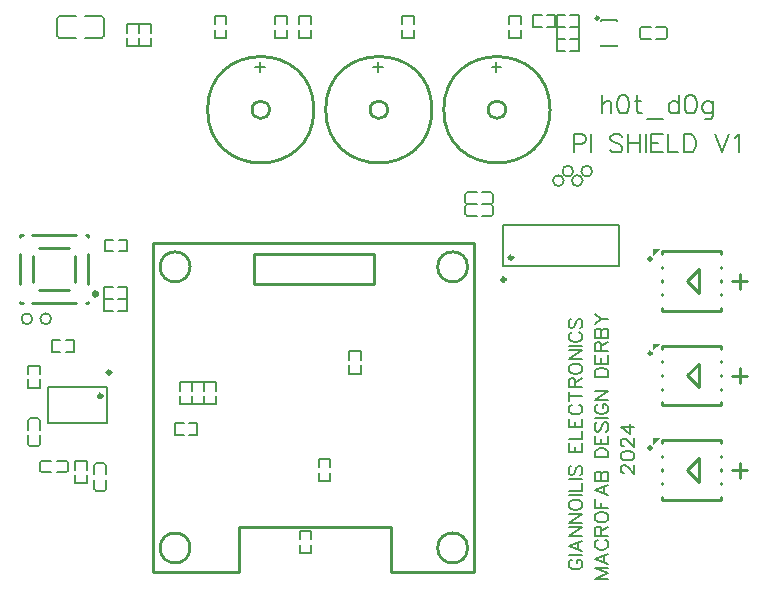
<source format=gto>
G04 Layer: TopSilkscreenLayer*
G04 EasyEDA v6.5.40, 2024-03-19 00:07:40*
G04 3cfb54e61b884618aacb5dd00d766781,92418ead495845dc98574c5a0a119f62,10*
G04 Gerber Generator version 0.2*
G04 Scale: 100 percent, Rotated: No, Reflected: No *
G04 Dimensions in millimeters *
G04 leading zeros omitted , absolute positions ,4 integer and 5 decimal *
%FSLAX45Y45*%
%MOMM*%

%ADD10C,0.2032*%
%ADD11C,0.1524*%
%ADD12C,0.2540*%
%ADD13C,0.1270*%
%ADD14C,0.3000*%
%ADD15C,0.0194*%

%LPD*%
D10*
X5139865Y4271530D02*
G01*
X5139865Y4118622D01*
X5139865Y4191520D02*
G01*
X5161709Y4213364D01*
X5176441Y4220476D01*
X5198285Y4220476D01*
X5212763Y4213364D01*
X5219875Y4191520D01*
X5219875Y4118622D01*
X5311569Y4271530D02*
G01*
X5289725Y4264164D01*
X5275247Y4242320D01*
X5267881Y4205998D01*
X5267881Y4184154D01*
X5275247Y4147832D01*
X5289725Y4125988D01*
X5311569Y4118622D01*
X5326047Y4118622D01*
X5347891Y4125988D01*
X5362623Y4147832D01*
X5369735Y4184154D01*
X5369735Y4205998D01*
X5362623Y4242320D01*
X5347891Y4264164D01*
X5326047Y4271530D01*
X5311569Y4271530D01*
X5439585Y4271530D02*
G01*
X5439585Y4147832D01*
X5446951Y4125988D01*
X5461429Y4118622D01*
X5475907Y4118622D01*
X5417741Y4220476D02*
G01*
X5468795Y4220476D01*
X5523913Y4067822D02*
G01*
X5654977Y4067822D01*
X5790105Y4271530D02*
G01*
X5790105Y4118622D01*
X5790105Y4198632D02*
G01*
X5775627Y4213364D01*
X5761149Y4220476D01*
X5739305Y4220476D01*
X5724827Y4213364D01*
X5710095Y4198632D01*
X5702983Y4176788D01*
X5702983Y4162310D01*
X5710095Y4140466D01*
X5724827Y4125988D01*
X5739305Y4118622D01*
X5761149Y4118622D01*
X5775627Y4125988D01*
X5790105Y4140466D01*
X5881799Y4271530D02*
G01*
X5859955Y4264164D01*
X5845477Y4242320D01*
X5838111Y4205998D01*
X5838111Y4184154D01*
X5845477Y4147832D01*
X5859955Y4125988D01*
X5881799Y4118622D01*
X5896277Y4118622D01*
X5918121Y4125988D01*
X5932599Y4147832D01*
X5939965Y4184154D01*
X5939965Y4205998D01*
X5932599Y4242320D01*
X5918121Y4264164D01*
X5896277Y4271530D01*
X5881799Y4271530D01*
X6075347Y4220476D02*
G01*
X6075347Y4104144D01*
X6067981Y4082300D01*
X6060615Y4075188D01*
X6046137Y4067822D01*
X6024293Y4067822D01*
X6009815Y4075188D01*
X6075347Y4198632D02*
G01*
X6060615Y4213364D01*
X6046137Y4220476D01*
X6024293Y4220476D01*
X6009815Y4213364D01*
X5995337Y4198632D01*
X5987971Y4176788D01*
X5987971Y4162310D01*
X5995337Y4140466D01*
X6009815Y4125988D01*
X6024293Y4118622D01*
X6046137Y4118622D01*
X6060615Y4125988D01*
X6075347Y4140466D01*
X4900010Y3941424D02*
G01*
X4900010Y3788770D01*
X4900010Y3941424D02*
G01*
X4965542Y3941424D01*
X4987386Y3934058D01*
X4994498Y3926946D01*
X5001864Y3912468D01*
X5001864Y3890624D01*
X4994498Y3875892D01*
X4987386Y3868780D01*
X4965542Y3861414D01*
X4900010Y3861414D01*
X5049870Y3941424D02*
G01*
X5049870Y3788770D01*
X5311744Y3919580D02*
G01*
X5297012Y3934058D01*
X5275168Y3941424D01*
X5246212Y3941424D01*
X5224368Y3934058D01*
X5209890Y3919580D01*
X5209890Y3905102D01*
X5217002Y3890624D01*
X5224368Y3883258D01*
X5238846Y3875892D01*
X5282534Y3861414D01*
X5297012Y3854048D01*
X5304378Y3846936D01*
X5311744Y3832458D01*
X5311744Y3810614D01*
X5297012Y3795882D01*
X5275168Y3788770D01*
X5246212Y3788770D01*
X5224368Y3795882D01*
X5209890Y3810614D01*
X5359750Y3941424D02*
G01*
X5359750Y3788770D01*
X5461350Y3941424D02*
G01*
X5461350Y3788770D01*
X5359750Y3868780D02*
G01*
X5461350Y3868780D01*
X5509356Y3941424D02*
G01*
X5509356Y3788770D01*
X5557362Y3941424D02*
G01*
X5557362Y3788770D01*
X5557362Y3941424D02*
G01*
X5652104Y3941424D01*
X5557362Y3868780D02*
G01*
X5615528Y3868780D01*
X5557362Y3788770D02*
G01*
X5652104Y3788770D01*
X5700110Y3941424D02*
G01*
X5700110Y3788770D01*
X5700110Y3788770D02*
G01*
X5787232Y3788770D01*
X5835238Y3941424D02*
G01*
X5835238Y3788770D01*
X5835238Y3941424D02*
G01*
X5886292Y3941424D01*
X5907882Y3934058D01*
X5922614Y3919580D01*
X5929726Y3905102D01*
X5937092Y3883258D01*
X5937092Y3846936D01*
X5929726Y3825092D01*
X5922614Y3810614D01*
X5907882Y3795882D01*
X5886292Y3788770D01*
X5835238Y3788770D01*
X6097112Y3941424D02*
G01*
X6155278Y3788770D01*
X6213444Y3941424D02*
G01*
X6155278Y3788770D01*
X6261450Y3912468D02*
G01*
X6275928Y3919580D01*
X6297772Y3941424D01*
X6297772Y3788770D01*
X4886147Y341751D02*
G01*
X4875225Y336417D01*
X4864303Y325495D01*
X4858969Y314573D01*
X4858969Y292729D01*
X4864303Y281807D01*
X4875225Y270885D01*
X4886147Y265551D01*
X4902657Y259963D01*
X4929835Y259963D01*
X4946091Y265551D01*
X4957013Y270885D01*
X4967935Y281807D01*
X4973523Y292729D01*
X4973523Y314573D01*
X4967935Y325495D01*
X4957013Y336417D01*
X4946091Y341751D01*
X4929835Y341751D01*
X4929835Y314573D02*
G01*
X4929835Y341751D01*
X4858969Y377819D02*
G01*
X4973523Y377819D01*
X4858969Y457575D02*
G01*
X4973523Y413887D01*
X4858969Y457575D02*
G01*
X4973523Y501009D01*
X4935169Y430143D02*
G01*
X4935169Y484753D01*
X4858969Y537077D02*
G01*
X4973523Y537077D01*
X4858969Y537077D02*
G01*
X4973523Y613531D01*
X4858969Y613531D02*
G01*
X4973523Y613531D01*
X4858969Y649345D02*
G01*
X4973523Y649345D01*
X4858969Y649345D02*
G01*
X4973523Y725799D01*
X4858969Y725799D02*
G01*
X4973523Y725799D01*
X4858969Y794633D02*
G01*
X4864303Y783711D01*
X4875225Y772789D01*
X4886147Y767201D01*
X4902657Y761867D01*
X4929835Y761867D01*
X4946091Y767201D01*
X4957013Y772789D01*
X4967935Y783711D01*
X4973523Y794633D01*
X4973523Y816477D01*
X4967935Y827145D01*
X4957013Y838067D01*
X4946091Y843655D01*
X4929835Y848989D01*
X4902657Y848989D01*
X4886147Y843655D01*
X4875225Y838067D01*
X4864303Y827145D01*
X4858969Y816477D01*
X4858969Y794633D01*
X4858969Y885057D02*
G01*
X4973523Y885057D01*
X4858969Y921125D02*
G01*
X4973523Y921125D01*
X4973523Y921125D02*
G01*
X4973523Y986657D01*
X4858969Y1022471D02*
G01*
X4973523Y1022471D01*
X4875225Y1134993D02*
G01*
X4864303Y1124071D01*
X4858969Y1107561D01*
X4858969Y1085717D01*
X4864303Y1069461D01*
X4875225Y1058539D01*
X4886147Y1058539D01*
X4897069Y1063873D01*
X4902657Y1069461D01*
X4907991Y1080383D01*
X4918913Y1113149D01*
X4924247Y1124071D01*
X4929835Y1129405D01*
X4940757Y1134993D01*
X4957013Y1134993D01*
X4967935Y1124071D01*
X4973523Y1107561D01*
X4973523Y1085717D01*
X4967935Y1069461D01*
X4957013Y1058539D01*
X4858969Y1254881D02*
G01*
X4973523Y1254881D01*
X4858969Y1254881D02*
G01*
X4858969Y1325747D01*
X4913325Y1254881D02*
G01*
X4913325Y1298569D01*
X4973523Y1254881D02*
G01*
X4973523Y1325747D01*
X4858969Y1361815D02*
G01*
X4973523Y1361815D01*
X4973523Y1361815D02*
G01*
X4973523Y1427347D01*
X4858969Y1463161D02*
G01*
X4973523Y1463161D01*
X4858969Y1463161D02*
G01*
X4858969Y1534281D01*
X4913325Y1463161D02*
G01*
X4913325Y1506849D01*
X4973523Y1463161D02*
G01*
X4973523Y1534281D01*
X4886147Y1651883D02*
G01*
X4875225Y1646549D01*
X4864303Y1635627D01*
X4858969Y1624705D01*
X4858969Y1602861D01*
X4864303Y1591939D01*
X4875225Y1581017D01*
X4886147Y1575683D01*
X4902657Y1570095D01*
X4929835Y1570095D01*
X4946091Y1575683D01*
X4957013Y1581017D01*
X4967935Y1591939D01*
X4973523Y1602861D01*
X4973523Y1624705D01*
X4967935Y1635627D01*
X4957013Y1646549D01*
X4946091Y1651883D01*
X4858969Y1726051D02*
G01*
X4973523Y1726051D01*
X4858969Y1687951D02*
G01*
X4858969Y1764405D01*
X4858969Y1800473D02*
G01*
X4973523Y1800473D01*
X4858969Y1800473D02*
G01*
X4858969Y1849495D01*
X4864303Y1865751D01*
X4869891Y1871339D01*
X4880813Y1876673D01*
X4891735Y1876673D01*
X4902657Y1871339D01*
X4907991Y1865751D01*
X4913325Y1849495D01*
X4913325Y1800473D01*
X4913325Y1838573D02*
G01*
X4973523Y1876673D01*
X4858969Y1945507D02*
G01*
X4864303Y1934585D01*
X4875225Y1923663D01*
X4886147Y1918075D01*
X4902657Y1912741D01*
X4929835Y1912741D01*
X4946091Y1918075D01*
X4957013Y1923663D01*
X4967935Y1934585D01*
X4973523Y1945507D01*
X4973523Y1967351D01*
X4967935Y1978273D01*
X4957013Y1989195D01*
X4946091Y1994529D01*
X4929835Y2000117D01*
X4902657Y2000117D01*
X4886147Y1994529D01*
X4875225Y1989195D01*
X4864303Y1978273D01*
X4858969Y1967351D01*
X4858969Y1945507D01*
X4858969Y2035931D02*
G01*
X4973523Y2035931D01*
X4858969Y2035931D02*
G01*
X4973523Y2112385D01*
X4858969Y2112385D02*
G01*
X4973523Y2112385D01*
X4858969Y2148453D02*
G01*
X4973523Y2148453D01*
X4886147Y2266055D02*
G01*
X4875225Y2260721D01*
X4864303Y2249799D01*
X4858969Y2238877D01*
X4858969Y2217033D01*
X4864303Y2206111D01*
X4875225Y2195189D01*
X4886147Y2189855D01*
X4902657Y2184267D01*
X4929835Y2184267D01*
X4946091Y2189855D01*
X4957013Y2195189D01*
X4967935Y2206111D01*
X4973523Y2217033D01*
X4973523Y2238877D01*
X4967935Y2249799D01*
X4957013Y2260721D01*
X4946091Y2266055D01*
X4875225Y2378577D02*
G01*
X4864303Y2367655D01*
X4858969Y2351145D01*
X4858969Y2329555D01*
X4864303Y2313045D01*
X4875225Y2302123D01*
X4886147Y2302123D01*
X4897069Y2307711D01*
X4902657Y2313045D01*
X4907991Y2323967D01*
X4918913Y2356733D01*
X4924247Y2367655D01*
X4929835Y2372989D01*
X4940757Y2378577D01*
X4957013Y2378577D01*
X4967935Y2367655D01*
X4973523Y2351145D01*
X4973523Y2329555D01*
X4967935Y2313045D01*
X4957013Y2302123D01*
X5078999Y179898D02*
G01*
X5193553Y179898D01*
X5078999Y179898D02*
G01*
X5193553Y223586D01*
X5078999Y267274D02*
G01*
X5193553Y223586D01*
X5078999Y267274D02*
G01*
X5193553Y267274D01*
X5078999Y347030D02*
G01*
X5193553Y303342D01*
X5078999Y347030D02*
G01*
X5193553Y390464D01*
X5155199Y319598D02*
G01*
X5155199Y374208D01*
X5106177Y508320D02*
G01*
X5095255Y502986D01*
X5084333Y492064D01*
X5078999Y481142D01*
X5078999Y459298D01*
X5084333Y448376D01*
X5095255Y437454D01*
X5106177Y432120D01*
X5122433Y426532D01*
X5149865Y426532D01*
X5166121Y432120D01*
X5177043Y437454D01*
X5187965Y448376D01*
X5193553Y459298D01*
X5193553Y481142D01*
X5187965Y492064D01*
X5177043Y502986D01*
X5166121Y508320D01*
X5078999Y544388D02*
G01*
X5193553Y544388D01*
X5078999Y544388D02*
G01*
X5078999Y593410D01*
X5084333Y609920D01*
X5089921Y615254D01*
X5100843Y620842D01*
X5111511Y620842D01*
X5122433Y615254D01*
X5128021Y609920D01*
X5133355Y593410D01*
X5133355Y544388D01*
X5133355Y582488D02*
G01*
X5193553Y620842D01*
X5078999Y689422D02*
G01*
X5084333Y678500D01*
X5095255Y667578D01*
X5106177Y662244D01*
X5122433Y656656D01*
X5149865Y656656D01*
X5166121Y662244D01*
X5177043Y667578D01*
X5187965Y678500D01*
X5193553Y689422D01*
X5193553Y711266D01*
X5187965Y722188D01*
X5177043Y733110D01*
X5166121Y738444D01*
X5149865Y744032D01*
X5122433Y744032D01*
X5106177Y738444D01*
X5095255Y733110D01*
X5084333Y722188D01*
X5078999Y711266D01*
X5078999Y689422D01*
X5078999Y780100D02*
G01*
X5193553Y780100D01*
X5078999Y780100D02*
G01*
X5078999Y850966D01*
X5133355Y780100D02*
G01*
X5133355Y823534D01*
X5078999Y930468D02*
G01*
X5193553Y887034D01*
X5078999Y930468D02*
G01*
X5193553Y974156D01*
X5155199Y903290D02*
G01*
X5155199Y957900D01*
X5078999Y1010224D02*
G01*
X5193553Y1010224D01*
X5078999Y1010224D02*
G01*
X5078999Y1059246D01*
X5084333Y1075756D01*
X5089921Y1081090D01*
X5100843Y1086424D01*
X5111511Y1086424D01*
X5122433Y1081090D01*
X5128021Y1075756D01*
X5133355Y1059246D01*
X5133355Y1010224D02*
G01*
X5133355Y1059246D01*
X5138943Y1075756D01*
X5144277Y1081090D01*
X5155199Y1086424D01*
X5171709Y1086424D01*
X5182631Y1081090D01*
X5187965Y1075756D01*
X5193553Y1059246D01*
X5193553Y1010224D01*
X5078999Y1206566D02*
G01*
X5193553Y1206566D01*
X5078999Y1206566D02*
G01*
X5078999Y1244666D01*
X5084333Y1261176D01*
X5095255Y1272098D01*
X5106177Y1277432D01*
X5122433Y1283020D01*
X5149865Y1283020D01*
X5166121Y1277432D01*
X5177043Y1272098D01*
X5187965Y1261176D01*
X5193553Y1244666D01*
X5193553Y1206566D01*
X5078999Y1318834D02*
G01*
X5193553Y1318834D01*
X5078999Y1318834D02*
G01*
X5078999Y1389700D01*
X5133355Y1318834D02*
G01*
X5133355Y1362522D01*
X5193553Y1318834D02*
G01*
X5193553Y1389700D01*
X5095255Y1502222D02*
G01*
X5084333Y1491300D01*
X5078999Y1474790D01*
X5078999Y1453200D01*
X5084333Y1436690D01*
X5095255Y1425768D01*
X5106177Y1425768D01*
X5117099Y1431356D01*
X5122433Y1436690D01*
X5128021Y1447612D01*
X5138943Y1480378D01*
X5144277Y1491300D01*
X5149865Y1496634D01*
X5160787Y1502222D01*
X5177043Y1502222D01*
X5187965Y1491300D01*
X5193553Y1474790D01*
X5193553Y1453200D01*
X5187965Y1436690D01*
X5177043Y1425768D01*
X5078999Y1538290D02*
G01*
X5193553Y1538290D01*
X5106177Y1655892D02*
G01*
X5095255Y1650558D01*
X5084333Y1639636D01*
X5078999Y1628714D01*
X5078999Y1606870D01*
X5084333Y1595948D01*
X5095255Y1585026D01*
X5106177Y1579692D01*
X5122433Y1574104D01*
X5149865Y1574104D01*
X5166121Y1579692D01*
X5177043Y1585026D01*
X5187965Y1595948D01*
X5193553Y1606870D01*
X5193553Y1628714D01*
X5187965Y1639636D01*
X5177043Y1650558D01*
X5166121Y1655892D01*
X5149865Y1655892D01*
X5149865Y1628714D02*
G01*
X5149865Y1655892D01*
X5078999Y1691960D02*
G01*
X5193553Y1691960D01*
X5078999Y1691960D02*
G01*
X5193553Y1768414D01*
X5078999Y1768414D02*
G01*
X5193553Y1768414D01*
X5078999Y1888302D02*
G01*
X5193553Y1888302D01*
X5078999Y1888302D02*
G01*
X5078999Y1926656D01*
X5084333Y1942912D01*
X5095255Y1953834D01*
X5106177Y1959168D01*
X5122433Y1964756D01*
X5149865Y1964756D01*
X5166121Y1959168D01*
X5177043Y1953834D01*
X5187965Y1942912D01*
X5193553Y1926656D01*
X5193553Y1888302D01*
X5078999Y2000824D02*
G01*
X5193553Y2000824D01*
X5078999Y2000824D02*
G01*
X5078999Y2071690D01*
X5133355Y2000824D02*
G01*
X5133355Y2044258D01*
X5193553Y2000824D02*
G01*
X5193553Y2071690D01*
X5078999Y2107758D02*
G01*
X5193553Y2107758D01*
X5078999Y2107758D02*
G01*
X5078999Y2156780D01*
X5084333Y2173036D01*
X5089921Y2178624D01*
X5100843Y2183958D01*
X5111511Y2183958D01*
X5122433Y2178624D01*
X5128021Y2173036D01*
X5133355Y2156780D01*
X5133355Y2107758D01*
X5133355Y2145858D02*
G01*
X5193553Y2183958D01*
X5078999Y2220026D02*
G01*
X5193553Y2220026D01*
X5078999Y2220026D02*
G01*
X5078999Y2269048D01*
X5084333Y2285558D01*
X5089921Y2290892D01*
X5100843Y2296480D01*
X5111511Y2296480D01*
X5122433Y2290892D01*
X5128021Y2285558D01*
X5133355Y2269048D01*
X5133355Y2220026D02*
G01*
X5133355Y2269048D01*
X5138943Y2285558D01*
X5144277Y2290892D01*
X5155199Y2296480D01*
X5171709Y2296480D01*
X5182631Y2290892D01*
X5187965Y2285558D01*
X5193553Y2269048D01*
X5193553Y2220026D01*
X5078999Y2332294D02*
G01*
X5133355Y2375982D01*
X5193553Y2375982D01*
X5078999Y2419670D02*
G01*
X5133355Y2375982D01*
X5326176Y1075382D02*
G01*
X5320842Y1075382D01*
X5309920Y1080970D01*
X5304332Y1086304D01*
X5298998Y1097226D01*
X5298998Y1119070D01*
X5304332Y1129992D01*
X5309920Y1135326D01*
X5320842Y1140914D01*
X5331510Y1140914D01*
X5342432Y1135326D01*
X5358942Y1124658D01*
X5413552Y1070048D01*
X5413552Y1146248D01*
X5298998Y1215082D02*
G01*
X5304332Y1198826D01*
X5320842Y1187904D01*
X5348020Y1182316D01*
X5364276Y1182316D01*
X5391708Y1187904D01*
X5407964Y1198826D01*
X5413552Y1215082D01*
X5413552Y1226004D01*
X5407964Y1242260D01*
X5391708Y1253182D01*
X5364276Y1258770D01*
X5348020Y1258770D01*
X5320842Y1253182D01*
X5304332Y1242260D01*
X5298998Y1226004D01*
X5298998Y1215082D01*
X5326176Y1300172D02*
G01*
X5320842Y1300172D01*
X5309920Y1305760D01*
X5304332Y1311094D01*
X5298998Y1322016D01*
X5298998Y1343860D01*
X5304332Y1354782D01*
X5309920Y1360116D01*
X5320842Y1365704D01*
X5331510Y1365704D01*
X5342432Y1360116D01*
X5358942Y1349194D01*
X5413552Y1294838D01*
X5413552Y1371038D01*
X5298998Y1461716D02*
G01*
X5375198Y1407106D01*
X5375198Y1488894D01*
X5298998Y1461716D02*
G01*
X5413552Y1461716D01*
X2285992Y4513097D02*
G01*
X2204204Y4513097D01*
X2245098Y4553991D02*
G01*
X2245098Y4472203D01*
X3285990Y4513097D02*
G01*
X3204202Y4513097D01*
X3245096Y4553991D02*
G01*
X3245096Y4472203D01*
X4285988Y4513097D02*
G01*
X4204200Y4513097D01*
X4245094Y4553991D02*
G01*
X4245094Y4472203D01*
G36*
X5567984Y2967990D02*
G01*
X5567984Y2912008D01*
X5637987Y2967990D01*
G37*
G36*
X5567984Y1367993D02*
G01*
X5567984Y1312011D01*
X5637987Y1367993D01*
G37*
G36*
X5567984Y2167991D02*
G01*
X5567984Y2112010D01*
X5637987Y2167991D01*
G37*
D11*
X5473359Y4750130D02*
G01*
X5552368Y4750130D01*
X5552368Y4849850D02*
G01*
X5473359Y4849850D01*
X5458119Y4834610D02*
G01*
X5458119Y4765370D01*
X5676620Y4750130D02*
G01*
X5597611Y4750130D01*
X5597611Y4849850D02*
G01*
X5676620Y4849850D01*
X5691860Y4834610D02*
G01*
X5691860Y4765370D01*
X840138Y1141628D02*
G01*
X840138Y1062619D01*
X939858Y1062619D02*
G01*
X939858Y1141628D01*
X924618Y1156868D02*
G01*
X855378Y1156868D01*
X840138Y938367D02*
G01*
X840138Y1017376D01*
X939858Y1017376D02*
G01*
X939858Y938367D01*
X924618Y923127D02*
G01*
X855378Y923127D01*
X997376Y2550134D02*
G01*
X925573Y2550134D01*
X925573Y2649854D01*
X997376Y2649854D01*
X1042619Y2550134D02*
G01*
X1114422Y2550134D01*
X1114422Y2649854D01*
X1042619Y2649854D01*
X1002377Y2950133D02*
G01*
X930574Y2950133D01*
X930574Y3049854D01*
X1002377Y3049854D01*
X1047620Y2950133D02*
G01*
X1119423Y2950133D01*
X1119423Y3049854D01*
X1047620Y3049854D01*
X906119Y4940350D02*
G01*
X765119Y4940350D01*
X765119Y4759629D02*
G01*
X906119Y4759629D01*
X921359Y4774869D02*
G01*
X921359Y4925110D01*
X543880Y4940350D02*
G01*
X684880Y4940350D01*
X684880Y4759629D02*
G01*
X543880Y4759629D01*
X528640Y4774869D02*
G01*
X528640Y4925110D01*
X2839852Y1077381D02*
G01*
X2839852Y1005578D01*
X2740131Y1005578D01*
X2740131Y1077381D01*
X2839852Y1122624D02*
G01*
X2839852Y1194427D01*
X2740131Y1194427D01*
X2740131Y1122624D01*
D12*
X6304607Y2632758D02*
G01*
X6304607Y2762757D01*
X6237988Y2697995D02*
G01*
X6367988Y2697995D01*
X5649991Y2949996D02*
G01*
X6149990Y2949994D01*
X5649988Y2449995D02*
G01*
X6149990Y2449995D01*
X5649991Y2949996D02*
G01*
X5649991Y2927108D01*
X5649991Y2820880D02*
G01*
X5649991Y2811109D01*
X5649991Y2704881D02*
G01*
X5649991Y2695110D01*
X5649991Y2588882D02*
G01*
X5649991Y2579108D01*
X5649991Y2472880D02*
G01*
X5649991Y2449995D01*
X6149990Y2949994D02*
G01*
X6149990Y2927108D01*
X6149990Y2820880D02*
G01*
X6149990Y2811109D01*
X6149990Y2704881D02*
G01*
X6149990Y2695110D01*
X6149990Y2588882D02*
G01*
X6149990Y2579108D01*
X6149990Y2472880D02*
G01*
X6149990Y2449995D01*
X5959988Y2799994D02*
G01*
X5859988Y2699994D01*
X5859988Y2699994D02*
G01*
X5959988Y2599994D01*
X5959988Y2799994D02*
G01*
X5959988Y2599994D01*
D11*
X379859Y1318366D02*
G01*
X379859Y1397375D01*
X280139Y1397375D02*
G01*
X280139Y1318366D01*
X295379Y1303126D02*
G01*
X364619Y1303126D01*
X379859Y1521627D02*
G01*
X379859Y1442618D01*
X280139Y1442618D02*
G01*
X280139Y1521627D01*
X295379Y1536867D02*
G01*
X364619Y1536867D01*
X601629Y1179857D02*
G01*
X522620Y1179857D01*
X522620Y1080137D02*
G01*
X601629Y1080137D01*
X616869Y1095377D02*
G01*
X616869Y1164617D01*
X398368Y1179857D02*
G01*
X477377Y1179857D01*
X477377Y1080137D02*
G01*
X398368Y1080137D01*
X383128Y1095377D02*
G01*
X383128Y1164617D01*
D12*
X372272Y2979996D02*
G01*
X627725Y2979996D01*
X319996Y2688498D02*
G01*
X319996Y2911490D01*
X627725Y2619992D02*
G01*
X372272Y2619992D01*
X680001Y2911490D02*
G01*
X680001Y2688498D01*
X766643Y3089991D02*
G01*
X789995Y3089991D01*
X316636Y3089991D02*
G01*
X683361Y3089991D01*
X210002Y3074997D02*
G01*
X210002Y3089991D01*
X233354Y3089991D01*
X210002Y2675003D02*
G01*
X210002Y2924985D01*
X233354Y2509997D02*
G01*
X210002Y2509997D01*
X210002Y2524991D01*
X683361Y2509997D02*
G01*
X316636Y2509997D01*
X789995Y2524991D02*
G01*
X789995Y2509997D01*
X766643Y2509997D01*
X789995Y2924985D02*
G01*
X789995Y2675003D01*
X789995Y3089991D02*
G01*
X789995Y3074997D01*
D11*
X952619Y1802137D02*
G01*
X952619Y1497855D01*
X447377Y1497855D01*
X447377Y1802137D01*
X952619Y1802137D01*
X2474856Y4827369D02*
G01*
X2474856Y4755565D01*
X2375136Y4755565D01*
X2375136Y4827369D01*
X2474856Y4872611D02*
G01*
X2474856Y4944414D01*
X2375136Y4944414D01*
X2375136Y4872611D01*
X4350131Y4872611D02*
G01*
X4350131Y4944414D01*
X4449851Y4944414D01*
X4449851Y4872611D01*
X4350131Y4827369D02*
G01*
X4350131Y4755565D01*
X4449851Y4755565D01*
X4449851Y4827369D01*
X4672611Y4949850D02*
G01*
X4744415Y4949850D01*
X4744415Y4850129D01*
X4672611Y4850129D01*
X4627369Y4949850D02*
G01*
X4555566Y4949850D01*
X4555566Y4850129D01*
X4627369Y4850129D01*
X3549853Y4827369D02*
G01*
X3549853Y4755565D01*
X3450132Y4755565D01*
X3450132Y4827369D01*
X3549853Y4872611D02*
G01*
X3549853Y4944414D01*
X3450132Y4944414D01*
X3450132Y4872611D01*
X1770136Y1772617D02*
G01*
X1770136Y1844420D01*
X1869856Y1844420D01*
X1869856Y1772617D01*
X1770136Y1727375D02*
G01*
X1770136Y1655571D01*
X1869856Y1655571D01*
X1869856Y1727375D01*
X1642618Y1499857D02*
G01*
X1714421Y1499857D01*
X1714421Y1400136D01*
X1642618Y1400136D01*
X1597375Y1499857D02*
G01*
X1525572Y1499857D01*
X1525572Y1400136D01*
X1597375Y1400136D01*
X1669856Y1727375D02*
G01*
X1669856Y1655571D01*
X1570136Y1655571D01*
X1570136Y1727375D01*
X1669856Y1772617D02*
G01*
X1669856Y1844420D01*
X1570136Y1844420D01*
X1570136Y1772617D01*
X1769856Y1727375D02*
G01*
X1769856Y1655571D01*
X1670136Y1655571D01*
X1670136Y1727375D01*
X1769856Y1772617D02*
G01*
X1769856Y1844420D01*
X1670136Y1844420D01*
X1670136Y1772617D01*
X3099854Y1987374D02*
G01*
X3099854Y1915571D01*
X3000133Y1915571D01*
X3000133Y1987374D01*
X3099854Y2032617D02*
G01*
X3099854Y2104420D01*
X3000133Y2104420D01*
X3000133Y2032617D01*
X2679854Y467377D02*
G01*
X2679854Y395574D01*
X2580134Y395574D01*
X2580134Y467377D01*
X2679854Y512620D02*
G01*
X2679854Y584423D01*
X2580134Y584423D01*
X2580134Y512620D01*
X4872611Y4749850D02*
G01*
X4944414Y4749850D01*
X4944414Y4650130D01*
X4872611Y4650130D01*
X4827369Y4749850D02*
G01*
X4755565Y4749850D01*
X4755565Y4650130D01*
X4827369Y4650130D01*
X4827369Y4850129D02*
G01*
X4755565Y4850129D01*
X4755565Y4949850D01*
X4827369Y4949850D01*
X4872611Y4850129D02*
G01*
X4944414Y4850129D01*
X4944414Y4949850D01*
X4872611Y4949850D01*
X4872611Y4849850D02*
G01*
X4944414Y4849850D01*
X4944414Y4750130D01*
X4872611Y4750130D01*
X4827369Y4849850D02*
G01*
X4755565Y4849850D01*
X4755565Y4750130D01*
X4827369Y4750130D01*
X1042619Y2549855D02*
G01*
X1114422Y2549855D01*
X1114422Y2450134D01*
X1042619Y2450134D01*
X997376Y2549855D02*
G01*
X925573Y2549855D01*
X925573Y2450134D01*
X997376Y2450134D01*
X379859Y1867374D02*
G01*
X379859Y1795571D01*
X280139Y1795571D01*
X280139Y1867374D01*
X379859Y1912617D02*
G01*
X379859Y1984420D01*
X280139Y1984420D01*
X280139Y1912617D01*
X680138Y1102619D02*
G01*
X680138Y1174422D01*
X779858Y1174422D01*
X779858Y1102619D01*
X680138Y1057376D02*
G01*
X680138Y985573D01*
X779858Y985573D01*
X779858Y1057376D01*
X552376Y2100135D02*
G01*
X480573Y2100135D01*
X480573Y2199855D01*
X552376Y2199855D01*
X597618Y2100135D02*
G01*
X669422Y2100135D01*
X669422Y2199855D01*
X597618Y2199855D01*
X4201622Y3349853D02*
G01*
X4122613Y3349853D01*
X4122613Y3250133D02*
G01*
X4201622Y3250133D01*
X4216862Y3265373D02*
G01*
X4216862Y3334613D01*
X3998361Y3349853D02*
G01*
X4077370Y3349853D01*
X4077370Y3250133D02*
G01*
X3998361Y3250133D01*
X3983121Y3265373D02*
G01*
X3983121Y3334613D01*
X4201622Y3449853D02*
G01*
X4122613Y3449853D01*
X4122613Y3350132D02*
G01*
X4201622Y3350132D01*
X4216862Y3365372D02*
G01*
X4216862Y3434613D01*
X3998361Y3449853D02*
G01*
X4077370Y3449853D01*
X4077370Y3350132D02*
G01*
X3998361Y3350132D01*
X3983121Y3365372D02*
G01*
X3983121Y3434613D01*
D12*
X6304607Y1032761D02*
G01*
X6304607Y1162761D01*
X6237988Y1097998D02*
G01*
X6367988Y1097998D01*
X5649991Y1349999D02*
G01*
X6149990Y1349997D01*
X5649988Y849998D02*
G01*
X6149990Y849998D01*
X5649991Y1349999D02*
G01*
X5649991Y1327111D01*
X5649991Y1220884D02*
G01*
X5649991Y1211112D01*
X5649991Y1104884D02*
G01*
X5649991Y1095113D01*
X5649991Y988885D02*
G01*
X5649991Y979111D01*
X5649991Y872883D02*
G01*
X5649991Y849998D01*
X6149990Y1349997D02*
G01*
X6149990Y1327111D01*
X6149990Y1220884D02*
G01*
X6149990Y1211112D01*
X6149990Y1104884D02*
G01*
X6149990Y1095113D01*
X6149990Y988885D02*
G01*
X6149990Y979111D01*
X6149990Y872883D02*
G01*
X6149990Y849998D01*
X5959988Y1199997D02*
G01*
X5859988Y1099997D01*
X5859988Y1099997D02*
G01*
X5959988Y999997D01*
X5959988Y1199997D02*
G01*
X5959988Y999997D01*
X6304607Y1832759D02*
G01*
X6304607Y1962759D01*
X6237988Y1897997D02*
G01*
X6367988Y1897997D01*
X5649991Y2149998D02*
G01*
X6149990Y2149995D01*
X5649988Y1649996D02*
G01*
X6149990Y1649996D01*
X5649991Y2149998D02*
G01*
X5649991Y2127110D01*
X5649991Y2020882D02*
G01*
X5649991Y2011111D01*
X5649991Y1904883D02*
G01*
X5649991Y1895111D01*
X5649991Y1788883D02*
G01*
X5649991Y1779109D01*
X5649991Y1672882D02*
G01*
X5649991Y1649996D01*
X6149990Y2149995D02*
G01*
X6149990Y2127110D01*
X6149990Y2020882D02*
G01*
X6149990Y2011111D01*
X6149990Y1904883D02*
G01*
X6149990Y1895111D01*
X6149990Y1788883D02*
G01*
X6149990Y1779109D01*
X6149990Y1672882D02*
G01*
X6149990Y1649996D01*
X5959988Y1999995D02*
G01*
X5859988Y1899996D01*
X5859988Y1899996D02*
G01*
X5959988Y1799996D01*
X5959988Y1999995D02*
G01*
X5959988Y1799996D01*
X3207994Y2674993D02*
G01*
X3207994Y2924992D01*
X2191994Y2924992D02*
G01*
X2191994Y2674990D01*
X2191994Y2924992D02*
G01*
X3207994Y2924992D01*
X2191994Y2674990D02*
G01*
X3207994Y2674993D01*
X1340078Y3019958D02*
G01*
X4059910Y3019958D01*
X4059910Y239928D01*
X3349980Y239928D01*
X3349980Y615086D01*
X2064994Y615086D01*
X2064994Y239928D01*
X1340078Y239928D01*
X1340078Y3019958D01*
D11*
X1219857Y4757369D02*
G01*
X1219857Y4685565D01*
X1120137Y4685565D01*
X1120137Y4757369D01*
X1219857Y4802611D02*
G01*
X1219857Y4874414D01*
X1120137Y4874414D01*
X1120137Y4802611D01*
X1319857Y4757369D02*
G01*
X1319857Y4685565D01*
X1220137Y4685565D01*
X1220137Y4757369D01*
X1319857Y4802611D02*
G01*
X1319857Y4874414D01*
X1220137Y4874414D01*
X1220137Y4802611D01*
X1860135Y4872611D02*
G01*
X1860135Y4944414D01*
X1959856Y4944414D01*
X1959856Y4872611D01*
X1860135Y4827369D02*
G01*
X1860135Y4755565D01*
X1959856Y4755565D01*
X1959856Y4827369D01*
X2575133Y4872611D02*
G01*
X2575133Y4944414D01*
X2674853Y4944414D01*
X2674853Y4872611D01*
X2575133Y4827369D02*
G01*
X2575133Y4755565D01*
X2674853Y4755565D01*
X2674853Y4827369D01*
X4297370Y2822867D02*
G01*
X4297370Y3177146D01*
X5282610Y3177146D01*
X5282610Y2822867D01*
X4297370Y2822867D01*
D13*
X5129989Y4698225D02*
G01*
X5129989Y4689990D01*
X5129989Y4909990D02*
G01*
X5129989Y4901755D01*
X5269989Y4698225D02*
G01*
X5269989Y4689990D01*
X5269989Y4909990D02*
G01*
X5269989Y4901755D01*
X5129989Y4909990D02*
G01*
X5269989Y4909990D01*
X5129989Y4689990D02*
G01*
X5269989Y4689990D01*
D11*
G75*
G01*
X5473360Y4849851D02*
G03*
X5458120Y4834611I0J-15240D01*
G75*
G01*
X5458120Y4765370D02*
G03*
X5473360Y4750130I15240J0D01*
G75*
G01*
X5676621Y4849851D02*
G02*
X5691861Y4834611I0J-15240D01*
G75*
G01*
X5691861Y4765370D02*
G02*
X5676621Y4750130I-15240J0D01*
G75*
G01*
X939858Y1141628D02*
G03*
X924618Y1156868I-15240J0D01*
G75*
G01*
X855378Y1156868D02*
G03*
X840138Y1141628I0J-15240D01*
G75*
G01*
X939858Y938367D02*
G02*
X924618Y923127I-15240J0D01*
G75*
G01*
X855378Y923127D02*
G02*
X840138Y938367I0J15240D01*
G75*
G01*
X906120Y4759630D02*
G03*
X921360Y4774870I0J15240D01*
G75*
G01*
X921360Y4925111D02*
G03*
X906120Y4940351I-15240J0D01*
G75*
G01*
X543880Y4759630D02*
G02*
X528640Y4774870I0J15240D01*
G75*
G01*
X528640Y4925111D02*
G02*
X543880Y4940351I15240J0D01*
G75*
G01*
X280139Y1318367D02*
G03*
X295379Y1303127I15240J0D01*
G75*
G01*
X364620Y1303127D02*
G03*
X379860Y1318367I0J15240D01*
G75*
G01*
X280139Y1521628D02*
G02*
X295379Y1536868I15240J0D01*
G75*
G01*
X364620Y1536868D02*
G02*
X379860Y1521628I0J-15240D01*
G75*
G01*
X601629Y1080138D02*
G03*
X616869Y1095378I0J15240D01*
G75*
G01*
X616869Y1164618D02*
G03*
X601629Y1179858I-15240J0D01*
G75*
G01*
X398369Y1080138D02*
G02*
X383129Y1095378I0J15240D01*
G75*
G01*
X383129Y1164618D02*
G02*
X398369Y1179858I15240J0D01*
G75*
G01*
X4201622Y3250133D02*
G03*
X4216862Y3265373I0J15240D01*
G75*
G01*
X4216862Y3334614D02*
G03*
X4201622Y3349854I-15240J0D01*
G75*
G01*
X3998361Y3250133D02*
G02*
X3983121Y3265373I0J15240D01*
G75*
G01*
X3983121Y3334614D02*
G02*
X3998361Y3349854I15240J0D01*
G75*
G01*
X4201622Y3350133D02*
G03*
X4216862Y3365373I0J15240D01*
G75*
G01*
X4216862Y3434613D02*
G03*
X4201622Y3449853I-15240J0D01*
G75*
G01*
X3998361Y3350133D02*
G02*
X3983121Y3365373I0J15240D01*
G75*
G01*
X3983121Y3434613D02*
G02*
X3998361Y3449853I15240J0D01*
D12*
G75*
G01
X5562143Y2886989D02*
G03X5562143Y2886989I-14148J0D01*
G75*
G01
X869975Y2589987D02*
G03X869975Y2589987I-19990J0D01*
D13*
G75*
G01
X315722Y2380005D02*
G03X315722Y2380005I-45720J0D01*
G75*
G01
X475717Y2380005D02*
G03X475717Y2380005I-45720J0D01*
D14*
G75*
G01
X905510Y1726895D02*
G03X905510Y1726895I-15011J0D01*
G75*
G01
X980161Y1927225D02*
G03X980161Y1927225I-15011J0D01*
D12*
G75*
G01
X2700020Y4149979D02*
G03X2700020Y4149979I-450012J0D01*
G75*
G01
X2324075Y4149979D02*
G03X2324075Y4149979I-74066J0D01*
G75*
G01
X3700018Y4149979D02*
G03X3700018Y4149979I-450012J0D01*
G75*
G01
X3324073Y4149979D02*
G03X3324073Y4149979I-74066J0D01*
G75*
G01
X4700016Y4149979D02*
G03X4700016Y4149979I-450012J0D01*
G75*
G01
X4324071Y4149979D02*
G03X4324071Y4149979I-74066J0D01*
G75*
G01
X5562143Y1286993D02*
G03X5562143Y1286993I-14148J0D01*
G75*
G01
X5562143Y2086991D02*
G03X5562143Y2086991I-14148J0D01*
G75*
G01
X1651991Y2819959D02*
G03X1651991Y2819959I-127000J0D01*
G75*
G01
X4001999Y2819959D02*
G03X4001999Y2819959I-127000J0D01*
G75*
G01
X4001999Y439979D02*
G03X4001999Y439979I-127000J0D01*
G75*
G01
X1651991Y439979D02*
G03X1651991Y439979I-127000J0D01*
D13*
G75*
G01
X4815713Y3549955D02*
G03X4815713Y3549955I-45720J0D01*
G75*
G01
X4895723Y3629965D02*
G03X4895723Y3629965I-45720J0D01*
G75*
G01
X4975708Y3549955D02*
G03X4975708Y3549955I-45720J0D01*
G75*
G01
X5055718Y3629965D02*
G03X5055718Y3629965I-45720J0D01*
D14*
G75*
G01
X4382491Y2898089D02*
G03X4382491Y2898089I-15011J0D01*
G75*
G01
X4320108Y2713406D02*
G03X4320108Y2713406I-15011J0D01*
D12*
G75*
G01
X5111090Y4926990D02*
G03X5111090Y4926990I-12700J0D01*
M02*

</source>
